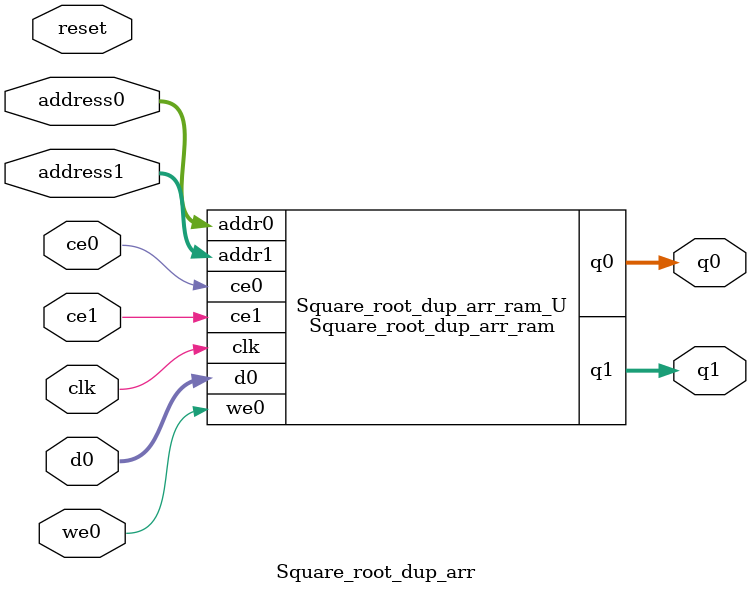
<source format=v>

`timescale 1 ns / 1 ps
module Square_root_dup_arr_ram (addr0, ce0, d0, we0, q0, addr1, ce1, q1,  clk);

parameter DWIDTH = 5;
parameter AWIDTH = 5;
parameter MEM_SIZE = 20;

input[AWIDTH-1:0] addr0;
input ce0;
input[DWIDTH-1:0] d0;
input we0;
output reg[DWIDTH-1:0] q0;
input[AWIDTH-1:0] addr1;
input ce1;
output reg[DWIDTH-1:0] q1;
input clk;

(* ram_style = "distributed" *)reg [DWIDTH-1:0] ram[MEM_SIZE-1:0];




always @(posedge clk)  
begin 
    if (ce0) 
    begin
        if (we0) 
        begin 
            ram[addr0] <= d0; 
            q0 <= d0;
        end 
        else 
            q0 <= ram[addr0];
    end
end


always @(posedge clk)  
begin 
    if (ce1) 
    begin
            q1 <= ram[addr1];
    end
end


endmodule


`timescale 1 ns / 1 ps
module Square_root_dup_arr(
    reset,
    clk,
    address0,
    ce0,
    we0,
    d0,
    q0,
    address1,
    ce1,
    q1);

parameter DataWidth = 32'd5;
parameter AddressRange = 32'd20;
parameter AddressWidth = 32'd5;
input reset;
input clk;
input[AddressWidth - 1:0] address0;
input ce0;
input we0;
input[DataWidth - 1:0] d0;
output[DataWidth - 1:0] q0;
input[AddressWidth - 1:0] address1;
input ce1;
output[DataWidth - 1:0] q1;



Square_root_dup_arr_ram Square_root_dup_arr_ram_U(
    .clk( clk ),
    .addr0( address0 ),
    .ce0( ce0 ),
    .d0( d0 ),
    .we0( we0 ),
    .q0( q0 ),
    .addr1( address1 ),
    .ce1( ce1 ),
    .q1( q1 ));

endmodule


</source>
